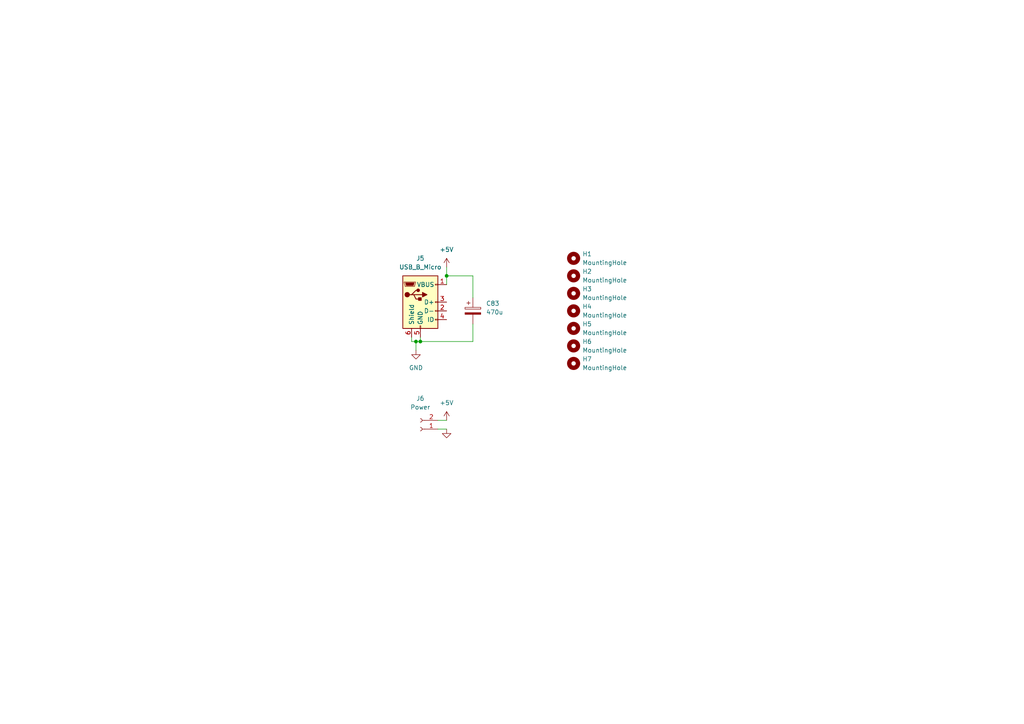
<source format=kicad_sch>
(kicad_sch (version 20230121) (generator eeschema)
  (paper "A4")
  (lib_symbols
    (symbol "Connector:Conn_01x02_Socket" (pin_names (offset 1.016) hide)
      (property "Reference" "J" (at 0 2.54 0))
      (property "Value" "Conn_01x02_Socket" (at 0 -5.08 0))
      (symbol "Conn_01x02_Socket_1_1"
        (arc (start 0 -2.032) (mid -0.5058 -2.54) (end 0 -3.048) (stroke (width 0.1524)))
        (polyline (pts (xy -1.27 -2.54) (xy -0.508 -2.54)) (stroke (width 0.1524)))
        (polyline (pts (xy -1.27 0) (xy -0.508 0)) (stroke (width 0.1524)))
        (arc (start 0 0.508) (mid -0.5058 0) (end 0 -0.508) (stroke (width 0.1524)))
        (pin passive line (at -5.08 0 0) (length 3.81) (name "Pin_1") (number "1"))
        (pin passive line (at -5.08 -2.54 0) (length 3.81) (name "Pin_2") (number "2"))
      )
    )
    (symbol "Connector:USB_B_Micro" (pin_names (offset 1.016))
      (property "Reference" "J" (at -5.08 11.43 0))
      (property "Value" "USB_B_Micro" (at -5.08 8.89 0))
      (symbol "USB_B_Micro_0_1"
        (rectangle (start -5.08 -7.62) (end 5.08 7.62) (stroke (width 0.254)) (fill (type background)))
        (circle (center -3.81 2.159) (radius 0.635) (stroke (width 0.254)) (fill (type outline)))
        (circle (center -0.635 3.429) (radius 0.381) (stroke (width 0.254)) (fill (type outline)))
        (rectangle (start -0.127 -7.62) (end 0.127 -6.858))
        (polyline (pts (xy -1.905 2.159) (xy 0.635 2.159)) (stroke (width 0.254)))
        (polyline (pts (xy -3.175 2.159) (xy -2.54 2.159) (xy -1.27 3.429) (xy -0.635 3.429)) (stroke (width 0.254)))
        (polyline (pts (xy -2.54 2.159) (xy -1.905 2.159) (xy -1.27 0.889) (xy 0 0.889)) (stroke (width 0.254)))
        (polyline (pts (xy 0.635 2.794) (xy 0.635 1.524) (xy 1.905 2.159) (xy 0.635 2.794)) (stroke (width 0.254)) (fill (type outline)))
        (polyline (pts (xy -4.318 5.588) (xy -1.778 5.588) (xy -2.032 4.826) (xy -4.064 4.826) (xy -4.318 5.588)) (fill (type outline)))
        (polyline (pts (xy -4.699 5.842) (xy -4.699 5.588) (xy -4.445 4.826) (xy -4.445 4.572) (xy -1.651 4.572) (xy -1.651 4.826) (xy -1.397 5.588) (xy -1.397 5.842) (xy -4.699 5.842)))
        (rectangle (start 0.254 1.27) (end -0.508 0.508) (stroke (width 0.254)) (fill (type outline)))
        (rectangle (start 5.08 -5.207) (end 4.318 -4.953))
        (rectangle (start 5.08 -2.667) (end 4.318 -2.413))
        (rectangle (start 5.08 -0.127) (end 4.318 0.127))
        (rectangle (start 5.08 4.953) (end 4.318 5.207))
      )
      (symbol "USB_B_Micro_1_1"
        (pin power_out line (at 7.62 5.08 180) (length 2.54) (name "VBUS") (number "1"))
        (pin bidirectional line (at 7.62 -2.54 180) (length 2.54) (name "D-") (number "2"))
        (pin bidirectional line (at 7.62 0 180) (length 2.54) (name "D+") (number "3"))
        (pin passive line (at 7.62 -5.08 180) (length 2.54) (name "ID") (number "4"))
        (pin power_out line (at 0 -10.16 90) (length 2.54) (name "GND") (number "5"))
        (pin passive line (at -2.54 -10.16 90) (length 2.54) (name "Shield") (number "6"))
      )
    )
    (symbol "Device:C_Polarized" (pin_numbers hide) (pin_names (offset 0.254))
      (property "Reference" "C" (at 0.635 2.54 0))
      (property "Value" "C_Polarized" (at 0.635 -2.54 0))
      (symbol "C_Polarized_0_1"
        (rectangle (start -2.286 0.508) (end 2.286 1.016))
        (polyline (pts (xy -1.778 2.286) (xy -0.762 2.286)))
        (polyline (pts (xy -1.27 2.794) (xy -1.27 1.778)))
        (rectangle (start 2.286 -0.508) (end -2.286 -1.016) (fill (type outline)))
      )
      (symbol "C_Polarized_1_1"
        (pin passive line (at 0 3.81 270) (length 2.794) (name "~") (number "1"))
        (pin passive line (at 0 -3.81 90) (length 2.794) (name "~") (number "2"))
      )
    )
    (symbol "Mechanical:MountingHole" (pin_names (offset 1.016))
      (property "Reference" "H" (at 0 5.08 0))
      (property "Value" "MountingHole" (at 0 3.175 0))
      (symbol "MountingHole_0_1"
        (circle (center 0 0) (radius 1.27) (stroke (width 1.27)))
      )
    )
    (symbol "power:+5V" (power) (pin_names (offset 0))
      (property "Value" "+5V" (at 0 3.556 0))
      (symbol "+5V_0_1"
        (polyline (pts (xy -0.762 1.27) (xy 0 2.54)))
        (polyline (pts (xy 0 0) (xy 0 2.54)))
        (polyline (pts (xy 0 2.54) (xy 0.762 1.27)))
      )
      (symbol "+5V_1_1"
        (pin power_in line (at 0 0 90) (length 0) hide (name "+5V") (number "1"))
      )
    )
    (symbol "power:GND" (power) (pin_names (offset 0))
      (property "Value" "GND" (at 0 -3.81 0))
      (symbol "GND_0_1"
        (polyline (pts (xy 0 0) (xy 0 -1.27) (xy 1.27 -1.27) (xy 0 -2.54) (xy -1.27 -1.27) (xy 0 -1.27)))
      )
      (symbol "GND_1_1"
        (pin power_in line (at 0 0 270) (length 0) hide (name "GND") (number "1"))
      )
    )
  )
  (junction (at 120.65 99.06))
  (junction (at 129.54 80.01))
  (junction (at 121.92 99.06))
  (wire (pts (xy 137.16 80.01) (xy 129.54 80.01)))
  (wire (pts (xy 129.54 80.01) (xy 129.54 82.55)))
  (wire (pts (xy 121.92 97.79) (xy 121.92 99.06)))
  (wire (pts (xy 119.38 99.06) (xy 120.65 99.06)))
  (wire (pts (xy 129.54 77.47) (xy 129.54 80.01)))
  (wire (pts (xy 137.16 99.06) (xy 121.92 99.06)))
  (wire (pts (xy 121.92 99.06) (xy 120.65 99.06)))
  (wire (pts (xy 120.65 99.06) (xy 120.65 101.6)))
  (wire (pts (xy 137.16 93.98) (xy 137.16 99.06)))
  (wire (pts (xy 119.38 97.79) (xy 119.38 99.06)))
  (wire (pts (xy 127 124.46) (xy 129.54 124.46)))
  (wire (pts (xy 127 121.92) (xy 129.54 121.92)))
  (wire (pts (xy 137.16 86.36) (xy 137.16 80.01)))
  (symbol (lib_id "Device:C_Polarized") (at 137.16 90.17 0) (unit 1)
    (property "Reference" "C83" (at 140.97 88.011 0) (effects (justify left)))
    (property "Value" "470u" (at 140.97 90.551 0) (effects (justify left)))
    (property "Footprint" "Capacitor_THT:CP_Radial_D10.0mm_P5.00mm" (effects hide))
  )
  (symbol (lib_id "power:+5V") (at 129.54 77.47 0) (unit 1)
    (property "Reference" "#PWR0273" (effects hide))
    (property "Value" "+5V" (at 129.54 72.39 0))
  )
  (symbol (lib_id "Mechanical:MountingHole") (at 166.37 105.41 0) (unit 1)
    (property "Reference" "H7" (at 168.91 104.14 0) (effects (justify left)))
    (property "Value" "MountingHole" (at 168.91 106.68 0) (effects (justify left)))
    (property "Footprint" "MountingHole:MountingHole_3.2mm_M3" (effects hide))
  )
  (symbol (lib_id "Connector:Conn_01x02_Socket") (at 121.92 124.46 180) (unit 1)
    (property "Reference" "J6" (at 121.92 115.57 0))
    (property "Value" "Power" (at 121.92 118.11 0))
    (property "Footprint" "Connector_PinSocket_2.54mm:PinSocket_1x02_P2.54mm_Vertical" (effects hide))
  )
  (symbol (lib_id "power:GND") (at 120.65 101.6 0) (unit 1)
    (property "Reference" "#PWR0274" (effects hide))
    (property "Value" "GND" (at 120.65 106.68 0))
  )
  (symbol (lib_id "Mechanical:MountingHole") (at 166.37 80.01 0) (unit 1)
    (property "Reference" "H2" (at 168.91 78.74 0) (effects (justify left)))
    (property "Value" "MountingHole" (at 168.91 81.28 0) (effects (justify left)))
    (property "Footprint" "MountingHole:MountingHole_3.2mm_M3" (effects hide))
  )
  (symbol (lib_id "power:+5V") (at 129.54 121.92 0) (unit 1)
    (property "Reference" "#PWR0275" (effects hide))
    (property "Value" "+5V" (at 129.54 116.84 0))
  )
  (symbol (lib_id "power:GND") (at 129.54 124.46 0) (unit 1)
    (property "Reference" "#PWR0276" (effects hide))
    (property "Value" "GND" (effects hide))
  )
  (symbol (lib_id "Mechanical:MountingHole") (at 166.37 95.25 0) (unit 1)
    (property "Reference" "H5" (at 168.91 93.98 0) (effects (justify left)))
    (property "Value" "MountingHole" (at 168.91 96.52 0) (effects (justify left)))
    (property "Footprint" "MountingHole:MountingHole_3.2mm_M3" (effects hide))
  )
  (symbol (lib_id "Mechanical:MountingHole") (at 166.37 100.33 0) (unit 1)
    (property "Reference" "H6" (at 168.91 99.06 0) (effects (justify left)))
    (property "Value" "MountingHole" (at 168.91 101.6 0) (effects (justify left)))
    (property "Footprint" "MountingHole:MountingHole_3.2mm_M3" (effects hide))
  )
  (symbol (lib_id "Mechanical:MountingHole") (at 166.37 90.17 0) (unit 1)
    (property "Reference" "H4" (at 168.91 88.9 0) (effects (justify left)))
    (property "Value" "MountingHole" (at 168.91 91.44 0) (effects (justify left)))
    (property "Footprint" "MountingHole:MountingHole_3.2mm_M3" (effects hide))
  )
  (symbol (lib_id "Mechanical:MountingHole") (at 166.37 74.93 0) (unit 1)
    (property "Reference" "H1" (at 168.91 73.66 0) (effects (justify left)))
    (property "Value" "MountingHole" (at 168.91 76.2 0) (effects (justify left)))
    (property "Footprint" "MountingHole:MountingHole_3.2mm_M3" (effects hide))
  )
  (symbol (lib_id "Mechanical:MountingHole") (at 166.37 85.09 0) (unit 1)
    (property "Reference" "H3" (at 168.91 83.82 0) (effects (justify left)))
    (property "Value" "MountingHole" (at 168.91 86.36 0) (effects (justify left)))
    (property "Footprint" "MountingHole:MountingHole_3.2mm_M3" (effects hide))
  )
  (symbol (lib_id "Connector:USB_B_Micro") (at 121.92 87.63 0) (unit 1)
    (property "Reference" "J5" (at 121.92 74.93 0))
    (property "Value" "USB_B_Micro" (at 121.92 77.47 0))
    (property "Footprint" "Connector_USB:USB_Micro-B_Amphenol_10118194_Horizontal" (effects hide))
  )
)
</source>
